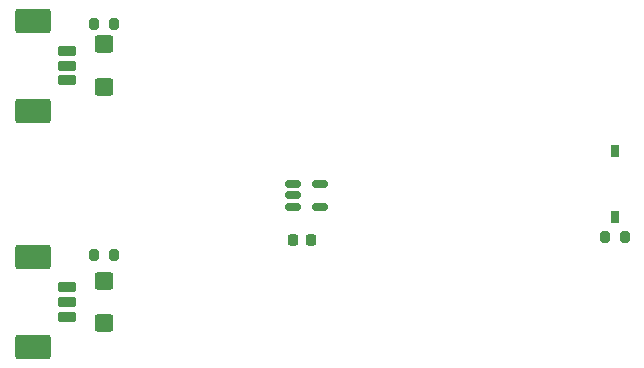
<source format=gbr>
%TF.GenerationSoftware,KiCad,Pcbnew,(6.0.4-0)*%
%TF.CreationDate,2022-12-31T15:50:48-05:00*%
%TF.ProjectId,ANDgate,414e4467-6174-4652-9e6b-696361645f70,rev?*%
%TF.SameCoordinates,Original*%
%TF.FileFunction,Paste,Top*%
%TF.FilePolarity,Positive*%
%FSLAX46Y46*%
G04 Gerber Fmt 4.6, Leading zero omitted, Abs format (unit mm)*
G04 Created by KiCad (PCBNEW (6.0.4-0)) date 2022-12-31 15:50:48*
%MOMM*%
%LPD*%
G01*
G04 APERTURE LIST*
G04 Aperture macros list*
%AMRoundRect*
0 Rectangle with rounded corners*
0 $1 Rounding radius*
0 $2 $3 $4 $5 $6 $7 $8 $9 X,Y pos of 4 corners*
0 Add a 4 corners polygon primitive as box body*
4,1,4,$2,$3,$4,$5,$6,$7,$8,$9,$2,$3,0*
0 Add four circle primitives for the rounded corners*
1,1,$1+$1,$2,$3*
1,1,$1+$1,$4,$5*
1,1,$1+$1,$6,$7*
1,1,$1+$1,$8,$9*
0 Add four rect primitives between the rounded corners*
20,1,$1+$1,$2,$3,$4,$5,0*
20,1,$1+$1,$4,$5,$6,$7,0*
20,1,$1+$1,$6,$7,$8,$9,0*
20,1,$1+$1,$8,$9,$2,$3,0*%
G04 Aperture macros list end*
%ADD10R,0.700000X1.000000*%
%ADD11RoundRect,0.200000X-0.600000X0.200000X-0.600000X-0.200000X0.600000X-0.200000X0.600000X0.200000X0*%
%ADD12RoundRect,0.250001X-1.249999X0.799999X-1.249999X-0.799999X1.249999X-0.799999X1.249999X0.799999X0*%
%ADD13RoundRect,0.300000X0.500000X-0.450000X0.500000X0.450000X-0.500000X0.450000X-0.500000X-0.450000X0*%
%ADD14RoundRect,0.150000X-0.512500X-0.150000X0.512500X-0.150000X0.512500X0.150000X-0.512500X0.150000X0*%
%ADD15RoundRect,0.200000X-0.200000X-0.275000X0.200000X-0.275000X0.200000X0.275000X-0.200000X0.275000X0*%
%ADD16RoundRect,0.225000X0.225000X0.250000X-0.225000X0.250000X-0.225000X-0.250000X0.225000X-0.250000X0*%
G04 APERTURE END LIST*
D10*
%TO.C,D3*%
X169500000Y-102200000D03*
X169500000Y-107800000D03*
%TD*%
D11*
%TO.C,J1*%
X123150000Y-93750000D03*
X123150000Y-95000000D03*
X123150000Y-96250000D03*
D12*
X120250000Y-91200000D03*
X120250000Y-98800000D03*
%TD*%
D13*
%TO.C,D2*%
X126250000Y-116800000D03*
X126250000Y-113200000D03*
%TD*%
D14*
%TO.C,U1*%
X142240000Y-105034000D03*
X142240000Y-105984000D03*
X142240000Y-106934000D03*
X144515000Y-106934000D03*
X144515000Y-105034000D03*
%TD*%
D13*
%TO.C,D1*%
X126250000Y-96800000D03*
X126250000Y-93200000D03*
%TD*%
D15*
%TO.C,R3*%
X168675000Y-109500000D03*
X170325000Y-109500000D03*
%TD*%
%TO.C,R1*%
X125425000Y-91500000D03*
X127075000Y-91500000D03*
%TD*%
D16*
%TO.C,C1*%
X143775000Y-109750000D03*
X142225000Y-109750000D03*
%TD*%
D11*
%TO.C,J2*%
X123150000Y-113750000D03*
X123150000Y-115000000D03*
X123150000Y-116250000D03*
D12*
X120250000Y-111200000D03*
X120250000Y-118800000D03*
%TD*%
D15*
%TO.C,R2*%
X125425000Y-111000000D03*
X127075000Y-111000000D03*
%TD*%
M02*

</source>
